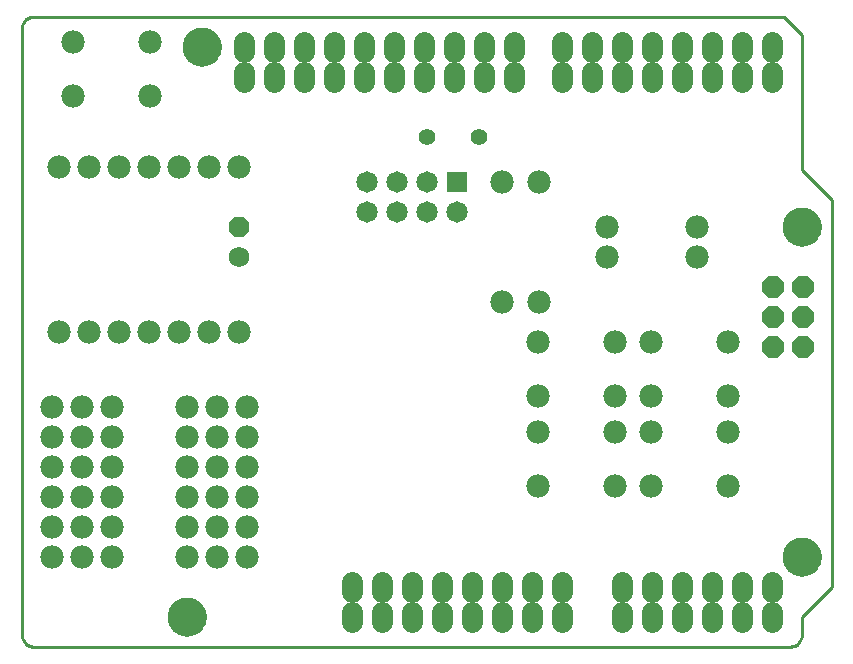
<source format=gbs>
G75*
G70*
%OFA0B0*%
%FSLAX24Y24*%
%IPPOS*%
%LPD*%
%AMOC8*
5,1,8,0,0,1.08239X$1,22.5*
%
%ADD10C,0.0100*%
%ADD11C,0.0000*%
%ADD12C,0.1300*%
%ADD13OC8,0.0734*%
%ADD14C,0.0695*%
%ADD15R,0.0714X0.0714*%
%ADD16C,0.0714*%
%ADD17C,0.0780*%
%ADD18OC8,0.0680*%
%ADD19C,0.0680*%
%ADD20C,0.0555*%
D10*
X000584Y000580D02*
X025796Y000580D01*
X025835Y000582D01*
X025873Y000588D01*
X025910Y000597D01*
X025947Y000610D01*
X025982Y000627D01*
X026015Y000646D01*
X026046Y000669D01*
X026075Y000695D01*
X026101Y000724D01*
X026124Y000755D01*
X026143Y000788D01*
X026160Y000823D01*
X026173Y000860D01*
X026182Y000897D01*
X026188Y000935D01*
X026190Y000974D01*
X026190Y001580D01*
X027190Y002580D01*
X027190Y015480D01*
X026190Y016480D01*
X026190Y020980D01*
X025590Y021580D01*
X000584Y021580D01*
X000545Y021578D01*
X000507Y021572D01*
X000470Y021563D01*
X000433Y021550D01*
X000398Y021533D01*
X000365Y021514D01*
X000334Y021491D01*
X000305Y021465D01*
X000279Y021436D01*
X000256Y021405D01*
X000237Y021372D01*
X000220Y021337D01*
X000207Y021300D01*
X000198Y021263D01*
X000192Y021225D01*
X000190Y021186D01*
X000190Y000974D01*
X000192Y000935D01*
X000198Y000897D01*
X000207Y000860D01*
X000220Y000823D01*
X000237Y000788D01*
X000256Y000755D01*
X000279Y000724D01*
X000305Y000695D01*
X000334Y000669D01*
X000365Y000646D01*
X000398Y000627D01*
X000433Y000610D01*
X000470Y000597D01*
X000507Y000588D01*
X000545Y000582D01*
X000584Y000580D01*
D11*
X005060Y001580D02*
X005062Y001630D01*
X005068Y001680D01*
X005078Y001729D01*
X005092Y001777D01*
X005109Y001824D01*
X005130Y001869D01*
X005155Y001913D01*
X005183Y001954D01*
X005215Y001993D01*
X005249Y002030D01*
X005286Y002064D01*
X005326Y002094D01*
X005368Y002121D01*
X005412Y002145D01*
X005458Y002166D01*
X005505Y002182D01*
X005553Y002195D01*
X005603Y002204D01*
X005652Y002209D01*
X005703Y002210D01*
X005753Y002207D01*
X005802Y002200D01*
X005851Y002189D01*
X005899Y002174D01*
X005945Y002156D01*
X005990Y002134D01*
X006033Y002108D01*
X006074Y002079D01*
X006113Y002047D01*
X006149Y002012D01*
X006181Y001974D01*
X006211Y001934D01*
X006238Y001891D01*
X006261Y001847D01*
X006280Y001801D01*
X006296Y001753D01*
X006308Y001704D01*
X006316Y001655D01*
X006320Y001605D01*
X006320Y001555D01*
X006316Y001505D01*
X006308Y001456D01*
X006296Y001407D01*
X006280Y001359D01*
X006261Y001313D01*
X006238Y001269D01*
X006211Y001226D01*
X006181Y001186D01*
X006149Y001148D01*
X006113Y001113D01*
X006074Y001081D01*
X006033Y001052D01*
X005990Y001026D01*
X005945Y001004D01*
X005899Y000986D01*
X005851Y000971D01*
X005802Y000960D01*
X005753Y000953D01*
X005703Y000950D01*
X005652Y000951D01*
X005603Y000956D01*
X005553Y000965D01*
X005505Y000978D01*
X005458Y000994D01*
X005412Y001015D01*
X005368Y001039D01*
X005326Y001066D01*
X005286Y001096D01*
X005249Y001130D01*
X005215Y001167D01*
X005183Y001206D01*
X005155Y001247D01*
X005130Y001291D01*
X005109Y001336D01*
X005092Y001383D01*
X005078Y001431D01*
X005068Y001480D01*
X005062Y001530D01*
X005060Y001580D01*
X025560Y003580D02*
X025562Y003630D01*
X025568Y003680D01*
X025578Y003729D01*
X025592Y003777D01*
X025609Y003824D01*
X025630Y003869D01*
X025655Y003913D01*
X025683Y003954D01*
X025715Y003993D01*
X025749Y004030D01*
X025786Y004064D01*
X025826Y004094D01*
X025868Y004121D01*
X025912Y004145D01*
X025958Y004166D01*
X026005Y004182D01*
X026053Y004195D01*
X026103Y004204D01*
X026152Y004209D01*
X026203Y004210D01*
X026253Y004207D01*
X026302Y004200D01*
X026351Y004189D01*
X026399Y004174D01*
X026445Y004156D01*
X026490Y004134D01*
X026533Y004108D01*
X026574Y004079D01*
X026613Y004047D01*
X026649Y004012D01*
X026681Y003974D01*
X026711Y003934D01*
X026738Y003891D01*
X026761Y003847D01*
X026780Y003801D01*
X026796Y003753D01*
X026808Y003704D01*
X026816Y003655D01*
X026820Y003605D01*
X026820Y003555D01*
X026816Y003505D01*
X026808Y003456D01*
X026796Y003407D01*
X026780Y003359D01*
X026761Y003313D01*
X026738Y003269D01*
X026711Y003226D01*
X026681Y003186D01*
X026649Y003148D01*
X026613Y003113D01*
X026574Y003081D01*
X026533Y003052D01*
X026490Y003026D01*
X026445Y003004D01*
X026399Y002986D01*
X026351Y002971D01*
X026302Y002960D01*
X026253Y002953D01*
X026203Y002950D01*
X026152Y002951D01*
X026103Y002956D01*
X026053Y002965D01*
X026005Y002978D01*
X025958Y002994D01*
X025912Y003015D01*
X025868Y003039D01*
X025826Y003066D01*
X025786Y003096D01*
X025749Y003130D01*
X025715Y003167D01*
X025683Y003206D01*
X025655Y003247D01*
X025630Y003291D01*
X025609Y003336D01*
X025592Y003383D01*
X025578Y003431D01*
X025568Y003480D01*
X025562Y003530D01*
X025560Y003580D01*
X025560Y014580D02*
X025562Y014630D01*
X025568Y014680D01*
X025578Y014729D01*
X025592Y014777D01*
X025609Y014824D01*
X025630Y014869D01*
X025655Y014913D01*
X025683Y014954D01*
X025715Y014993D01*
X025749Y015030D01*
X025786Y015064D01*
X025826Y015094D01*
X025868Y015121D01*
X025912Y015145D01*
X025958Y015166D01*
X026005Y015182D01*
X026053Y015195D01*
X026103Y015204D01*
X026152Y015209D01*
X026203Y015210D01*
X026253Y015207D01*
X026302Y015200D01*
X026351Y015189D01*
X026399Y015174D01*
X026445Y015156D01*
X026490Y015134D01*
X026533Y015108D01*
X026574Y015079D01*
X026613Y015047D01*
X026649Y015012D01*
X026681Y014974D01*
X026711Y014934D01*
X026738Y014891D01*
X026761Y014847D01*
X026780Y014801D01*
X026796Y014753D01*
X026808Y014704D01*
X026816Y014655D01*
X026820Y014605D01*
X026820Y014555D01*
X026816Y014505D01*
X026808Y014456D01*
X026796Y014407D01*
X026780Y014359D01*
X026761Y014313D01*
X026738Y014269D01*
X026711Y014226D01*
X026681Y014186D01*
X026649Y014148D01*
X026613Y014113D01*
X026574Y014081D01*
X026533Y014052D01*
X026490Y014026D01*
X026445Y014004D01*
X026399Y013986D01*
X026351Y013971D01*
X026302Y013960D01*
X026253Y013953D01*
X026203Y013950D01*
X026152Y013951D01*
X026103Y013956D01*
X026053Y013965D01*
X026005Y013978D01*
X025958Y013994D01*
X025912Y014015D01*
X025868Y014039D01*
X025826Y014066D01*
X025786Y014096D01*
X025749Y014130D01*
X025715Y014167D01*
X025683Y014206D01*
X025655Y014247D01*
X025630Y014291D01*
X025609Y014336D01*
X025592Y014383D01*
X025578Y014431D01*
X025568Y014480D01*
X025562Y014530D01*
X025560Y014580D01*
X005560Y020580D02*
X005562Y020630D01*
X005568Y020680D01*
X005578Y020729D01*
X005592Y020777D01*
X005609Y020824D01*
X005630Y020869D01*
X005655Y020913D01*
X005683Y020954D01*
X005715Y020993D01*
X005749Y021030D01*
X005786Y021064D01*
X005826Y021094D01*
X005868Y021121D01*
X005912Y021145D01*
X005958Y021166D01*
X006005Y021182D01*
X006053Y021195D01*
X006103Y021204D01*
X006152Y021209D01*
X006203Y021210D01*
X006253Y021207D01*
X006302Y021200D01*
X006351Y021189D01*
X006399Y021174D01*
X006445Y021156D01*
X006490Y021134D01*
X006533Y021108D01*
X006574Y021079D01*
X006613Y021047D01*
X006649Y021012D01*
X006681Y020974D01*
X006711Y020934D01*
X006738Y020891D01*
X006761Y020847D01*
X006780Y020801D01*
X006796Y020753D01*
X006808Y020704D01*
X006816Y020655D01*
X006820Y020605D01*
X006820Y020555D01*
X006816Y020505D01*
X006808Y020456D01*
X006796Y020407D01*
X006780Y020359D01*
X006761Y020313D01*
X006738Y020269D01*
X006711Y020226D01*
X006681Y020186D01*
X006649Y020148D01*
X006613Y020113D01*
X006574Y020081D01*
X006533Y020052D01*
X006490Y020026D01*
X006445Y020004D01*
X006399Y019986D01*
X006351Y019971D01*
X006302Y019960D01*
X006253Y019953D01*
X006203Y019950D01*
X006152Y019951D01*
X006103Y019956D01*
X006053Y019965D01*
X006005Y019978D01*
X005958Y019994D01*
X005912Y020015D01*
X005868Y020039D01*
X005826Y020066D01*
X005786Y020096D01*
X005749Y020130D01*
X005715Y020167D01*
X005683Y020206D01*
X005655Y020247D01*
X005630Y020291D01*
X005609Y020336D01*
X005592Y020383D01*
X005578Y020431D01*
X005568Y020480D01*
X005562Y020530D01*
X005560Y020580D01*
D12*
X006190Y020580D03*
X026190Y014580D03*
X026190Y003580D03*
X005690Y001580D03*
D13*
X025240Y010580D03*
X026240Y010580D03*
X026240Y011580D03*
X025240Y011580D03*
X025240Y012580D03*
X026240Y012580D03*
D14*
X025190Y019416D02*
X025190Y019744D01*
X024190Y019744D02*
X024190Y019416D01*
X023190Y019416D02*
X023190Y019744D01*
X022190Y019744D02*
X022190Y019416D01*
X021190Y019416D02*
X021190Y019744D01*
X020190Y019744D02*
X020190Y019416D01*
X019190Y019416D02*
X019190Y019744D01*
X019190Y020416D02*
X019190Y020744D01*
X018190Y020744D02*
X018190Y020416D01*
X018190Y019744D02*
X018190Y019416D01*
X016590Y019416D02*
X016590Y019744D01*
X015590Y019744D02*
X015590Y019416D01*
X014590Y019416D02*
X014590Y019744D01*
X013590Y019744D02*
X013590Y019416D01*
X012590Y019416D02*
X012590Y019744D01*
X012590Y020416D02*
X012590Y020744D01*
X011590Y020744D02*
X011590Y020416D01*
X010590Y020416D02*
X010590Y020744D01*
X009590Y020744D02*
X009590Y020416D01*
X008590Y020416D02*
X008590Y020744D01*
X007590Y020744D02*
X007590Y020416D01*
X007590Y019744D02*
X007590Y019416D01*
X008590Y019416D02*
X008590Y019744D01*
X009590Y019744D02*
X009590Y019416D01*
X010590Y019416D02*
X010590Y019744D01*
X011590Y019744D02*
X011590Y019416D01*
X013590Y020416D02*
X013590Y020744D01*
X014590Y020744D02*
X014590Y020416D01*
X015590Y020416D02*
X015590Y020744D01*
X016590Y020744D02*
X016590Y020416D01*
X020190Y020416D02*
X020190Y020744D01*
X021190Y020744D02*
X021190Y020416D01*
X022190Y020416D02*
X022190Y020744D01*
X023190Y020744D02*
X023190Y020416D01*
X024190Y020416D02*
X024190Y020744D01*
X025190Y020744D02*
X025190Y020416D01*
X025190Y002744D02*
X025190Y002416D01*
X024190Y002416D02*
X024190Y002744D01*
X023190Y002744D02*
X023190Y002416D01*
X022190Y002416D02*
X022190Y002744D01*
X021190Y002744D02*
X021190Y002416D01*
X020190Y002416D02*
X020190Y002744D01*
X020190Y001744D02*
X020190Y001416D01*
X021190Y001416D02*
X021190Y001744D01*
X022190Y001744D02*
X022190Y001416D01*
X023190Y001416D02*
X023190Y001744D01*
X024190Y001744D02*
X024190Y001416D01*
X025190Y001416D02*
X025190Y001744D01*
X018190Y001744D02*
X018190Y001416D01*
X017190Y001416D02*
X017190Y001744D01*
X017190Y002416D02*
X017190Y002744D01*
X018190Y002744D02*
X018190Y002416D01*
X016190Y002416D02*
X016190Y002744D01*
X015190Y002744D02*
X015190Y002416D01*
X015190Y001744D02*
X015190Y001416D01*
X016190Y001416D02*
X016190Y001744D01*
X014190Y001744D02*
X014190Y001416D01*
X013190Y001416D02*
X013190Y001744D01*
X013190Y002416D02*
X013190Y002744D01*
X014190Y002744D02*
X014190Y002416D01*
X012190Y002416D02*
X012190Y002744D01*
X011190Y002744D02*
X011190Y002416D01*
X011190Y001744D02*
X011190Y001416D01*
X012190Y001416D02*
X012190Y001744D01*
D15*
X014680Y016080D03*
D16*
X013680Y016080D03*
X012680Y016080D03*
X011680Y016080D03*
X011680Y015080D03*
X012680Y015080D03*
X013680Y015080D03*
X014680Y015080D03*
D17*
X016190Y016080D03*
X017440Y016080D03*
X019690Y014580D03*
X019690Y013580D03*
X017440Y012080D03*
X016190Y012080D03*
X017410Y010720D03*
X019970Y010720D03*
X021160Y010720D03*
X023720Y010720D03*
X023720Y008940D03*
X023720Y007720D03*
X021160Y007720D03*
X019970Y007720D03*
X019970Y008940D03*
X021160Y008940D03*
X017410Y008940D03*
X017410Y007720D03*
X017410Y005940D03*
X019970Y005940D03*
X021160Y005940D03*
X023720Y005940D03*
X022690Y013580D03*
X022690Y014580D03*
X007440Y016580D03*
X006440Y016580D03*
X005440Y016580D03*
X004440Y016580D03*
X003440Y016580D03*
X002440Y016580D03*
X001440Y016580D03*
X001910Y018940D03*
X004470Y018940D03*
X004470Y020720D03*
X001910Y020720D03*
X001440Y011080D03*
X002440Y011080D03*
X003440Y011080D03*
X004440Y011080D03*
X005440Y011080D03*
X006440Y011080D03*
X007440Y011080D03*
X007690Y008580D03*
X006690Y008580D03*
X005690Y008580D03*
X005690Y007580D03*
X006690Y007580D03*
X007690Y007580D03*
X007690Y006580D03*
X006690Y006580D03*
X005690Y006580D03*
X005690Y005580D03*
X006690Y005580D03*
X007690Y005580D03*
X007690Y004580D03*
X006690Y004580D03*
X005690Y004580D03*
X005690Y003580D03*
X006690Y003580D03*
X007690Y003580D03*
X003190Y003580D03*
X002190Y003580D03*
X001190Y003580D03*
X001190Y004580D03*
X002190Y004580D03*
X003190Y004580D03*
X003190Y005580D03*
X002190Y005580D03*
X001190Y005580D03*
X001190Y006580D03*
X002190Y006580D03*
X003190Y006580D03*
X003190Y007580D03*
X002190Y007580D03*
X001190Y007580D03*
X001190Y008580D03*
X002190Y008580D03*
X003190Y008580D03*
D18*
X007440Y014580D03*
D19*
X007440Y013580D03*
D20*
X013690Y017580D03*
X015440Y017580D03*
M02*

</source>
